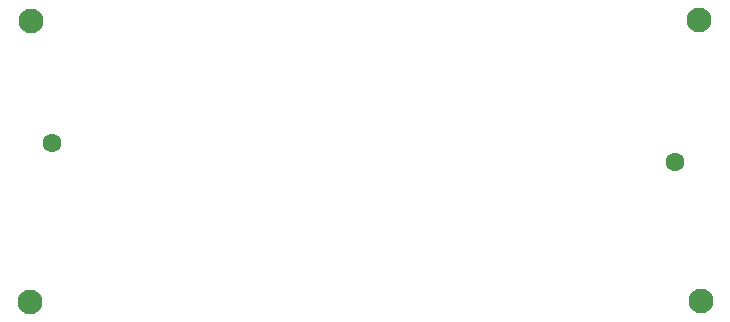
<source format=gbr>
%TF.GenerationSoftware,KiCad,Pcbnew,(7.0.0)*%
%TF.CreationDate,2024-12-23T20:55:29+00:00*%
%TF.ProjectId,5v Voltage Regulator,35762056-6f6c-4746-9167-652052656775,rev?*%
%TF.SameCoordinates,Original*%
%TF.FileFunction,NonPlated,1,2,NPTH,Drill*%
%TF.FilePolarity,Positive*%
%FSLAX46Y46*%
G04 Gerber Fmt 4.6, Leading zero omitted, Abs format (unit mm)*
G04 Created by KiCad (PCBNEW (7.0.0)) date 2024-12-23 20:55:29*
%MOMM*%
%LPD*%
G01*
G04 APERTURE LIST*
%TA.AperFunction,ComponentDrill*%
%ADD10C,1.600000*%
%TD*%
%TA.AperFunction,ComponentDrill*%
%ADD11C,2.100000*%
%TD*%
G04 APERTURE END LIST*
D10*
%TO.C,J1*%
X173900000Y-104600000D03*
%TO.C,J2*%
X226650000Y-106200000D03*
D11*
%TO.C,REF\u002A\u002A*%
X172050000Y-118050000D03*
X172150000Y-94300000D03*
X228750000Y-94150000D03*
X228850000Y-117950000D03*
M02*

</source>
